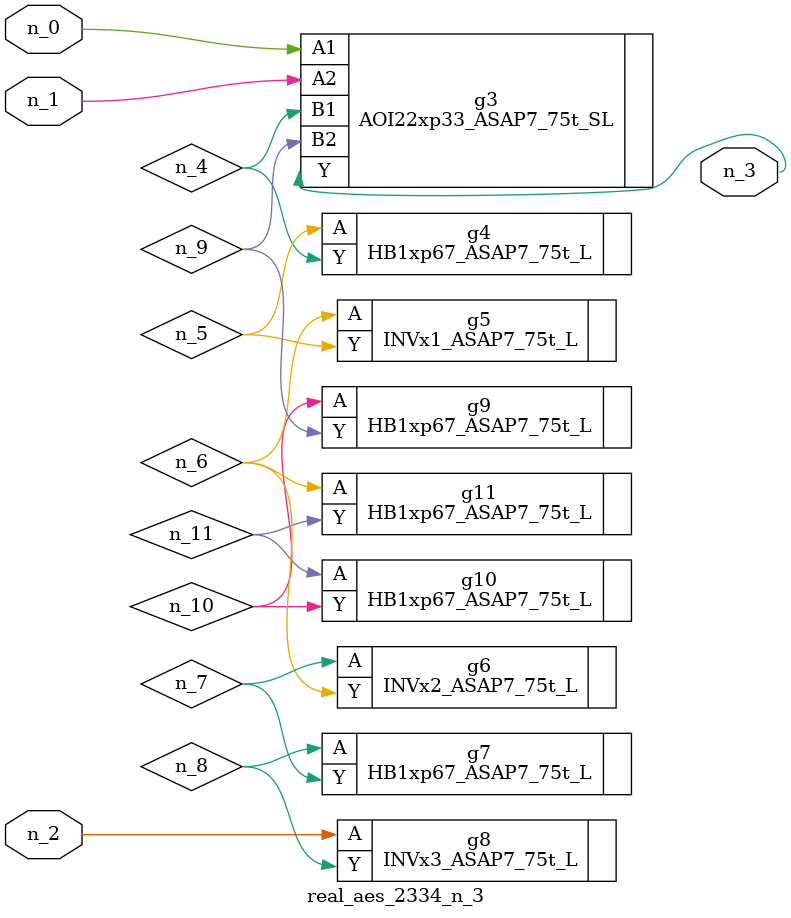
<source format=v>
module real_aes_2334_n_3 (n_0, n_2, n_1, n_3);
input n_0;
input n_2;
input n_1;
output n_3;
wire n_4;
wire n_5;
wire n_7;
wire n_9;
wire n_6;
wire n_8;
wire n_10;
wire n_11;
AOI22xp33_ASAP7_75t_SL g3 ( .A1(n_0), .A2(n_1), .B1(n_4), .B2(n_9), .Y(n_3) );
INVx3_ASAP7_75t_L g8 ( .A(n_2), .Y(n_8) );
HB1xp67_ASAP7_75t_L g4 ( .A(n_5), .Y(n_4) );
INVx1_ASAP7_75t_L g5 ( .A(n_6), .Y(n_5) );
HB1xp67_ASAP7_75t_L g11 ( .A(n_6), .Y(n_11) );
INVx2_ASAP7_75t_L g6 ( .A(n_7), .Y(n_6) );
HB1xp67_ASAP7_75t_L g7 ( .A(n_8), .Y(n_7) );
HB1xp67_ASAP7_75t_L g9 ( .A(n_10), .Y(n_9) );
HB1xp67_ASAP7_75t_L g10 ( .A(n_11), .Y(n_10) );
endmodule
</source>
